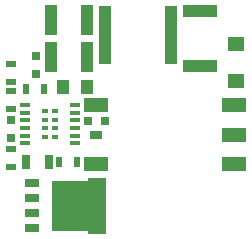
<source format=gbr>
G04 #@! TF.GenerationSoftware,KiCad,Pcbnew,(5.0.0)*
G04 #@! TF.CreationDate,2018-09-03T15:40:08-07:00*
G04 #@! TF.ProjectId,nixie_psu_breakout,6E697869655F7073755F627265616B6F,rev?*
G04 #@! TF.SameCoordinates,Original*
G04 #@! TF.FileFunction,Paste,Top*
G04 #@! TF.FilePolarity,Positive*
%FSLAX46Y46*%
G04 Gerber Fmt 4.6, Leading zero omitted, Abs format (unit mm)*
G04 Created by KiCad (PCBNEW (5.0.0)) date 09/03/18 15:40:08*
%MOMM*%
%LPD*%
G01*
G04 APERTURE LIST*
%ADD10R,2.080000X1.170000*%
%ADD11R,1.100000X0.800000*%
%ADD12R,1.400000X1.200000*%
%ADD13R,0.500000X0.900000*%
%ADD14R,0.890000X0.420000*%
%ADD15R,0.495000X0.427500*%
%ADD16R,0.900000X0.500000*%
%ADD17R,0.700000X1.300000*%
%ADD18R,0.750000X0.800000*%
%ADD19R,1.000000X1.250000*%
%ADD20R,1.000000X2.500000*%
%ADD21R,1.000000X5.000000*%
%ADD22R,3.000000X1.000000*%
%ADD23R,0.800000X0.750000*%
%ADD24R,1.150000X0.700000*%
%ADD25R,1.550000X4.700000*%
%ADD26R,3.300000X4.200000*%
G04 APERTURE END LIST*
D10*
G04 #@! TO.C,T1*
X145830000Y-89000000D03*
X145830000Y-91500000D03*
X145830000Y-94000000D03*
X134170000Y-94000000D03*
X134170000Y-89000000D03*
D11*
X134170000Y-91500000D03*
G04 #@! TD*
D12*
G04 #@! TO.C,D1*
X146000000Y-83850000D03*
X146000000Y-86950000D03*
G04 #@! TD*
D13*
G04 #@! TO.C,R6*
X131050000Y-93850000D03*
X132550000Y-93850000D03*
G04 #@! TD*
D14*
G04 #@! TO.C,U1*
X128195000Y-88975000D03*
X128195000Y-89625000D03*
X128195000Y-90275000D03*
X128195000Y-90925000D03*
X128195000Y-91575000D03*
X128195000Y-92225000D03*
X132405000Y-92225000D03*
X132405000Y-91575000D03*
X132405000Y-90925000D03*
X132405000Y-90275000D03*
X132405000Y-89625000D03*
X132405000Y-88975000D03*
D15*
X130712500Y-91668750D03*
X130712500Y-90956250D03*
X130712500Y-90243750D03*
X130712500Y-89531250D03*
X129887500Y-91668750D03*
X129887500Y-90956250D03*
X129887500Y-90243750D03*
X129887500Y-89531250D03*
G04 #@! TD*
D16*
G04 #@! TO.C,R5*
X127000000Y-85500000D03*
X127000000Y-87000000D03*
G04 #@! TD*
D17*
G04 #@! TO.C,R4*
X128250000Y-93800000D03*
X130150000Y-93800000D03*
G04 #@! TD*
D16*
G04 #@! TO.C,R3*
X127000000Y-87800000D03*
X127000000Y-89300000D03*
G04 #@! TD*
D13*
G04 #@! TO.C,R2*
X128250000Y-87600000D03*
X129750000Y-87600000D03*
G04 #@! TD*
D16*
G04 #@! TO.C,R1*
X127000000Y-94200000D03*
X127000000Y-92700000D03*
G04 #@! TD*
D18*
G04 #@! TO.C,C3*
X129100000Y-84850000D03*
X129100000Y-86350000D03*
G04 #@! TD*
D19*
G04 #@! TO.C,C2*
X131400000Y-87450000D03*
X133400000Y-87450000D03*
G04 #@! TD*
D18*
G04 #@! TO.C,C4*
X127000000Y-91750000D03*
X127000000Y-90250000D03*
G04 #@! TD*
D20*
G04 #@! TO.C,C1*
X130400000Y-84950000D03*
X133400000Y-84950000D03*
G04 #@! TD*
D21*
G04 #@! TO.C,C5*
X134900000Y-83100000D03*
X140500000Y-83100000D03*
G04 #@! TD*
D22*
G04 #@! TO.C,C6*
X143000000Y-85650000D03*
X143000000Y-81050000D03*
G04 #@! TD*
D23*
G04 #@! TO.C,C7*
X134950000Y-90350000D03*
X133450000Y-90350000D03*
G04 #@! TD*
D24*
G04 #@! TO.C,Q1*
X128765000Y-96860000D03*
X128765000Y-95590000D03*
X128765000Y-98140000D03*
D25*
X134235000Y-97500000D03*
D26*
X132035000Y-97500000D03*
D24*
X128765000Y-99410000D03*
G04 #@! TD*
D20*
G04 #@! TO.C,C8*
X130400000Y-81800000D03*
X133400000Y-81800000D03*
G04 #@! TD*
M02*

</source>
